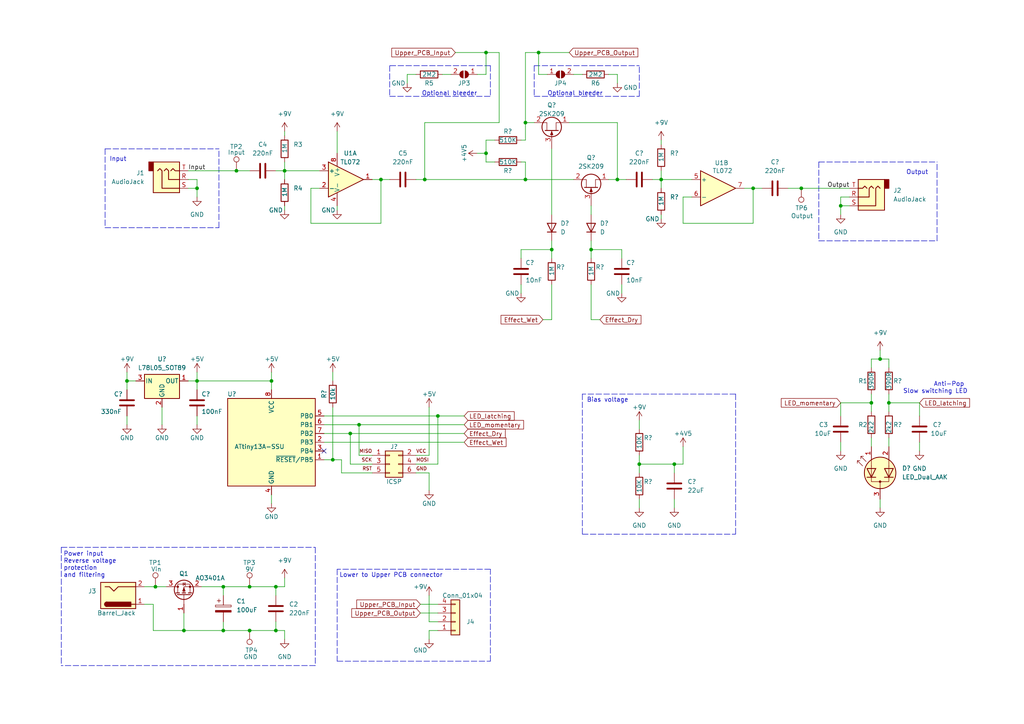
<source format=kicad_sch>
(kicad_sch (version 20211123) (generator eeschema)
  (paper "A4")
  (title_block (title "PedalDev_Lower") (date "2022-02-17") (company "Binary-6"))
  (lib_symbols
    (symbol "Amplifier_Operational:TL072" (pin_names (offset 0.127))
      (property "Reference" "U" (at 0 5.08 0))
      (property "Value" "TL072" (at 0 -5.08 0))
      (symbol "TL072_1_1"
        (polyline (pts (xy -5.08 5.08) (xy 5.08 0) (xy -5.08 -5.08) (xy -5.08 5.08)) (stroke (width 0.254)) (fill (type background)))
        (pin output line (at 7.62 0 180) (length 2.54) (name "~") (number "1"))
        (pin input line (at -7.62 -2.54 0) (length 2.54) (name "-") (number "2"))
        (pin input line (at -7.62 2.54 0) (length 2.54) (name "+") (number "3"))
      )
      (symbol "TL072_2_1"
        (polyline (pts (xy -5.08 5.08) (xy 5.08 0) (xy -5.08 -5.08) (xy -5.08 5.08)) (stroke (width 0.254)) (fill (type background)))
        (pin input line (at -7.62 2.54 0) (length 2.54) (name "+") (number "5"))
        (pin input line (at -7.62 -2.54 0) (length 2.54) (name "-") (number "6"))
        (pin output line (at 7.62 0 180) (length 2.54) (name "~") (number "7"))
      )
      (symbol "TL072_3_1"
        (pin power_in line (at -2.54 -7.62 90) (length 3.81) (name "V-") (number "4"))
        (pin power_in line (at -2.54 7.62 270) (length 3.81) (name "V+") (number "8"))
      )
    )
    (symbol "Connector:AudioJack3"
      (property "Reference" "J" (at 0 8.89 0))
      (property "Value" "AudioJack3" (at 0 6.35 0))
      (symbol "AudioJack3_0_1"
        (rectangle (start -5.08 -5.08) (end -6.35 -2.54) (stroke (width 0.254)) (fill (type outline)))
        (polyline (pts (xy 0 -2.54) (xy 0.635 -3.175) (xy 1.27 -2.54) (xy 2.54 -2.54)) (stroke (width 0.254)))
        (polyline (pts (xy -1.905 -2.54) (xy -1.27 -3.175) (xy -0.635 -2.54) (xy -0.635 0) (xy 2.54 0)) (stroke (width 0.254)))
        (polyline (pts (xy 2.54 2.54) (xy -2.54 2.54) (xy -2.54 -2.54) (xy -3.175 -3.175) (xy -3.81 -2.54)) (stroke (width 0.254)))
        (rectangle (start 2.54 3.81) (end -5.08 -5.08) (stroke (width 0.254)) (fill (type background)))
      )
      (symbol "AudioJack3_1_1"
        (pin passive line (at 5.08 0 180) (length 2.54) (name "~") (number "R"))
        (pin passive line (at 5.08 2.54 180) (length 2.54) (name "~") (number "S"))
        (pin passive line (at 5.08 -2.54 180) (length 2.54) (name "~") (number "T"))
      )
    )
    (symbol "Connector:Barrel_Jack" (pin_names (offset 1.016))
      (property "Reference" "J" (at 0 5.334 0))
      (property "Value" "Barrel_Jack" (at 0 -5.08 0))
      (symbol "Barrel_Jack_0_1"
        (rectangle (start -5.08 3.81) (end 5.08 -3.81) (stroke (width 0.254)) (fill (type background)))
        (arc (start -3.302 3.175) (mid -3.937 2.54) (end -3.302 1.905) (stroke (width 0.254)))
        (arc (start -3.302 3.175) (mid -3.937 2.54) (end -3.302 1.905) (stroke (width 0.254)) (fill (type outline)))
        (polyline (pts (xy 5.08 2.54) (xy 3.81 2.54)) (stroke (width 0.254)))
        (polyline (pts (xy -3.81 -2.54) (xy -2.54 -2.54) (xy -1.27 -1.27) (xy 0 -2.54) (xy 2.54 -2.54) (xy 5.08 -2.54)) (stroke (width 0.254)))
        (rectangle (start 3.683 3.175) (end -3.302 1.905) (stroke (width 0.254)) (fill (type outline)))
      )
      (symbol "Barrel_Jack_1_1"
        (pin passive line (at 7.62 2.54 180) (length 2.54) (name "~") (number "1"))
        (pin passive line (at 7.62 -2.54 180) (length 2.54) (name "~") (number "2"))
      )
    )
    (symbol "Connector:TestPoint" (pin_numbers hide) (pin_names (offset 0.762) hide)
      (property "Reference" "TP" (at 0 6.858 0))
      (property "Value" "TestPoint" (at 0 5.08 0))
      (symbol "TestPoint_0_1"
        (circle (center 0 3.302) (radius 0.762))
      )
      (symbol "TestPoint_1_1"
        (pin passive line (at 0 0 90) (length 2.54) (name "1") (number "1"))
      )
    )
    (symbol "Connector_Generic:Conn_01x04" (pin_names (offset 1.016) hide)
      (property "Reference" "J" (at 0 5.08 0))
      (property "Value" "Conn_01x04" (at 0 -7.62 0))
      (symbol "Conn_01x04_1_1"
        (rectangle (start -1.27 -4.953) (end 0 -5.207) (stroke (width 0.1524)))
        (rectangle (start -1.27 -2.413) (end 0 -2.667) (stroke (width 0.1524)))
        (rectangle (start -1.27 0.127) (end 0 -0.127) (stroke (width 0.1524)))
        (rectangle (start -1.27 2.667) (end 0 2.413) (stroke (width 0.1524)))
        (rectangle (start -1.27 3.81) (end 1.27 -6.35) (stroke (width 0.254)) (fill (type background)))
        (pin passive line (at -5.08 2.54 0) (length 3.81) (name "Pin_1") (number "1"))
        (pin passive line (at -5.08 0 0) (length 3.81) (name "Pin_2") (number "2"))
        (pin passive line (at -5.08 -2.54 0) (length 3.81) (name "Pin_3") (number "3"))
        (pin passive line (at -5.08 -5.08 0) (length 3.81) (name "Pin_4") (number "4"))
      )
    )
    (symbol "Device:C" (pin_numbers hide) (pin_names (offset 0.254))
      (property "Reference" "C" (at 0.635 2.54 0))
      (property "Value" "C" (at 0.635 -2.54 0))
      (symbol "C_0_1"
        (polyline (pts (xy -2.032 -0.762) (xy 2.032 -0.762)) (stroke (width 0.508)))
        (polyline (pts (xy -2.032 0.762) (xy 2.032 0.762)) (stroke (width 0.508)))
      )
      (symbol "C_1_1"
        (pin passive line (at 0 3.81 270) (length 2.794) (name "~") (number "1"))
        (pin passive line (at 0 -3.81 90) (length 2.794) (name "~") (number "2"))
      )
    )
    (symbol "Device:C_Polarized" (pin_numbers hide) (pin_names (offset 0.254))
      (property "Reference" "C" (at 0.635 2.54 0))
      (property "Value" "C_Polarized" (at 0.635 -2.54 0))
      (symbol "C_Polarized_0_1"
        (rectangle (start -2.286 0.508) (end 2.286 1.016))
        (polyline (pts (xy -1.778 2.286) (xy -0.762 2.286)))
        (polyline (pts (xy -1.27 2.794) (xy -1.27 1.778)))
        (rectangle (start 2.286 -0.508) (end -2.286 -1.016) (fill (type outline)))
      )
      (symbol "C_Polarized_1_1"
        (pin passive line (at 0 3.81 270) (length 2.794) (name "~") (number "1"))
        (pin passive line (at 0 -3.81 90) (length 2.794) (name "~") (number "2"))
      )
    )
    (symbol "Device:D" (pin_numbers hide) (pin_names (offset 1.016) hide)
      (property "Reference" "D" (at 0 2.54 0))
      (property "Value" "D" (at 0 -2.54 0))
      (symbol "D_0_1"
        (polyline (pts (xy -1.27 1.27) (xy -1.27 -1.27)) (stroke (width 0.254)))
        (polyline (pts (xy 1.27 0) (xy -1.27 0)))
        (polyline (pts (xy 1.27 1.27) (xy 1.27 -1.27) (xy -1.27 0) (xy 1.27 1.27)) (stroke (width 0.254)))
      )
      (symbol "D_1_1"
        (pin passive line (at -3.81 0 0) (length 2.54) (name "K") (number "1"))
        (pin passive line (at 3.81 0 180) (length 2.54) (name "A") (number "2"))
      )
    )
    (symbol "Device:LED_Dual_AAK" (pin_names (offset 0) hide)
      (property "Reference" "D" (at 0 5.715 0))
      (property "Value" "LED_Dual_AAK" (at 0 -6.35 0))
      (symbol "LED_Dual_AAK_0_1"
        (circle (center -2.54 0) (radius 0.2794) (fill (type outline)))
        (polyline (pts (xy -4.572 0) (xy -2.54 0)))
        (polyline (pts (xy -1.27 -1.27) (xy -1.27 -3.81)) (stroke (width 0.254)))
        (polyline (pts (xy -1.27 1.27) (xy -1.27 3.81)) (stroke (width 0.254)))
        (polyline (pts (xy 3.81 -2.54) (xy 1.905 -2.54)))
        (polyline (pts (xy 3.81 2.54) (xy 1.905 2.54)))
        (polyline (pts (xy 1.27 -3.81) (xy 1.27 -1.27) (xy -1.27 -2.54) (xy 1.27 -3.81)) (stroke (width 0.254)))
        (polyline (pts (xy 1.27 1.27) (xy 1.27 3.81) (xy -1.27 2.54) (xy 1.27 1.27)) (stroke (width 0.254)))
        (polyline (pts (xy 2.032 2.54) (xy -2.54 2.54) (xy -2.54 -2.54) (xy 2.032 -2.54)))
        (polyline (pts (xy 2.032 5.08) (xy 3.556 6.604) (xy 2.794 6.604) (xy 3.556 6.604) (xy 3.556 5.842)))
        (polyline (pts (xy 3.302 4.064) (xy 4.826 5.588) (xy 4.064 5.588) (xy 4.826 5.588) (xy 4.826 4.826)))
        (circle (center 0 0) (radius 4.572) (stroke (width 0.254)) (fill (type background)))
      )
      (symbol "LED_Dual_AAK_1_1"
        (pin input line (at 7.62 2.54 180) (length 3.81) (name "A1") (number "1"))
        (pin input line (at 7.62 -2.54 180) (length 3.81) (name "A2") (number "2"))
        (pin input line (at -7.62 0 0) (length 3.048) (name "K") (number "3"))
      )
    )
    (symbol "Device:Q_NJFET_SDG" (pin_names (offset 0) hide)
      (property "Reference" "Q" (at 5.08 1.27 0))
      (property "Value" "Q_NJFET_SDG" (at 5.08 -1.27 0))
      (symbol "Q_NJFET_SDG_0_1"
        (polyline (pts (xy 0.254 1.905) (xy 0.254 -1.905) (xy 0.254 -1.905)) (stroke (width 0.254)))
        (polyline (pts (xy 2.54 -2.54) (xy 2.54 -1.27) (xy 0.254 -1.27)))
        (polyline (pts (xy 2.54 2.54) (xy 2.54 1.397) (xy 0.254 1.397)))
        (polyline (pts (xy 0 0) (xy -1.016 0.381) (xy -1.016 -0.381) (xy 0 0)) (fill (type outline)))
        (circle (center 1.27 0) (radius 2.8194) (stroke (width 0.254)))
      )
      (symbol "Q_NJFET_SDG_1_1"
        (pin passive line (at 2.54 -5.08 90) (length 2.54) (name "S") (number "1"))
        (pin passive line (at 2.54 5.08 270) (length 2.54) (name "D") (number "2"))
        (pin input line (at -5.08 0 0) (length 5.334) (name "G") (number "3"))
      )
    )
    (symbol "Device:R" (pin_numbers hide) (pin_names (offset 0))
      (property "Reference" "R" (at 2.032 0 90))
      (property "Value" "R" (at 0 0 90))
      (symbol "R_0_1"
        (rectangle (start -1.016 -2.54) (end 1.016 2.54) (stroke (width 0.254)))
      )
      (symbol "R_1_1"
        (pin passive line (at 0 3.81 270) (length 1.27) (name "~") (number "1"))
        (pin passive line (at 0 -3.81 90) (length 1.27) (name "~") (number "2"))
      )
    )
    (symbol "FiveGone-rescue:ATtiny13A-SSU-MCU_Microchip_ATtiny"
      (property "Reference" "U" (at -12.7 13.97 0))
      (property "Value" "ATtiny13A-SSU-MCU_Microchip_ATtiny" (at 2.54 -13.97 0))
      (symbol "ATtiny13A-SSU-MCU_Microchip_ATtiny_0_1"
        (rectangle (start -12.7 -12.7) (end 12.7 12.7) (stroke (width 0.254)) (fill (type background)))
      )
      (symbol "ATtiny13A-SSU-MCU_Microchip_ATtiny_1_1"
        (pin tri_state line (at 15.24 -5.08 180) (length 2.54) (name "~{RESET}/PB5") (number "1"))
        (pin tri_state line (at 15.24 0 180) (length 2.54) (name "PB3") (number "2"))
        (pin tri_state line (at 15.24 -2.54 180) (length 2.54) (name "PB4") (number "3"))
        (pin power_in line (at 0 -15.24 90) (length 2.54) (name "GND") (number "4"))
        (pin tri_state line (at 15.24 7.62 180) (length 2.54) (name "PB0") (number "5"))
        (pin tri_state line (at 15.24 5.08 180) (length 2.54) (name "PB1") (number "6"))
        (pin tri_state line (at 15.24 2.54 180) (length 2.54) (name "PB2") (number "7"))
        (pin power_in line (at 0 15.24 270) (length 2.54) (name "VCC") (number "8"))
      )
    )
    (symbol "Jumper:SolderJumper_2_Open" (pin_names (offset 0) hide)
      (property "Reference" "JP" (at 0 2.032 0))
      (property "Value" "SolderJumper_2_Open" (at 0 -2.54 0))
      (symbol "SolderJumper_2_Open_0_1"
        (arc (start -0.254 1.016) (mid -1.27 0) (end -0.254 -1.016))
        (arc (start -0.254 1.016) (mid -1.27 0) (end -0.254 -1.016) (fill (type outline)))
        (polyline (pts (xy -0.254 1.016) (xy -0.254 -1.016)))
        (polyline (pts (xy 0.254 1.016) (xy 0.254 -1.016)))
        (arc (start 0.254 -1.016) (mid 1.27 0) (end 0.254 1.016))
        (arc (start 0.254 -1.016) (mid 1.27 0) (end 0.254 1.016) (fill (type outline)))
      )
      (symbol "SolderJumper_2_Open_1_1"
        (pin passive line (at -3.81 0 0) (length 2.54) (name "A") (number "1"))
        (pin passive line (at 3.81 0 180) (length 2.54) (name "B") (number "2"))
      )
    )
    (symbol "MeineBibli:+4V5" (power) (pin_names (offset 0))
      (property "Value" "+4V5" (at 0 3.556 0))
      (symbol "+4V5_0_1"
        (polyline (pts (xy -0.762 1.27) (xy 0 2.54)))
        (polyline (pts (xy 0 0) (xy 0 2.54)))
        (polyline (pts (xy 0 2.54) (xy 0.762 1.27)))
      )
      (symbol "+4V5_1_1"
        (pin power_in line (at 0 0 90) (length 0) hide (name "+4V5") (number "1"))
      )
    )
    (symbol "MeineBibli:ICSP" (pin_names (offset 1.016) hide)
      (property "Reference" "J" (at 1.27 5.08 0))
      (property "Value" "ICSP" (at 1.27 -5.08 0))
      (symbol "ICSP_0_0"
        (text "GND" (at 7.62 -1.27 0) (effects (font (size 0.9906 0.9906)) (justify left)))
        (text "MISO" (at -5.08 3.81 0) (effects (font (size 0.9906 0.9906)) (justify right)))
        (text "MOSI" (at 7.62 1.27 0) (effects (font (size 0.9906 0.9906)) (justify left)))
        (text "RST" (at -5.08 -1.27 0) (effects (font (size 0.9906 0.9906)) (justify right)))
        (text "SCK" (at -5.08 1.27 0) (effects (font (size 0.9906 0.9906)) (justify right)))
        (text "VCC" (at 7.62 3.81 0) (effects (font (size 0.9906 0.9906)) (justify left)))
      )
      (symbol "ICSP_1_1"
        (rectangle (start -1.27 -2.413) (end 0 -2.667) (stroke (width 0.1524)))
        (rectangle (start -1.27 0.127) (end 0 -0.127) (stroke (width 0.1524)))
        (rectangle (start -1.27 2.667) (end 0 2.413) (stroke (width 0.1524)))
        (rectangle (start -1.27 3.81) (end 3.81 -3.81) (stroke (width 0.254)) (fill (type background)))
        (rectangle (start 3.81 -2.413) (end 2.54 -2.667) (stroke (width 0.1524)))
        (rectangle (start 3.81 0.127) (end 2.54 -0.127) (stroke (width 0.1524)))
        (rectangle (start 3.81 2.667) (end 2.54 2.413) (stroke (width 0.1524)))
        (pin passive line (at -5.08 2.54 0) (length 3.81) (name "MISO") (number "1"))
        (pin passive line (at 7.62 2.54 180) (length 3.81) (name "VCC") (number "2"))
        (pin passive line (at -5.08 0 0) (length 3.81) (name "SCK") (number "3"))
        (pin passive line (at 7.62 0 180) (length 3.81) (name "MOSI") (number "4"))
        (pin passive line (at -5.08 -2.54 0) (length 3.81) (name "RST") (number "5"))
        (pin passive line (at 7.62 -2.54 180) (length 3.81) (name "GND") (number "6"))
      )
    )
    (symbol "MeineBibli:R" (pin_numbers hide) (pin_names (offset 0))
      (property "Reference" "R" (at 2.032 0 90))
      (property "Value" "R" (at 0 0 90))
      (symbol "R_0_1"
        (rectangle (start -1.016 -2.54) (end 1.016 2.54) (stroke (width 0.254)))
      )
      (symbol "R_1_1"
        (pin passive line (at 0 3.81 270) (length 1.27) (name "~") (number "1"))
        (pin passive line (at 0 -3.81 90) (length 1.27) (name "~") (number "2"))
      )
    )
    (symbol "Regulator_Linear:L78L05_SOT89" (pin_names (offset 0.254))
      (property "Reference" "U" (at -3.81 3.175 0))
      (property "Value" "L78L05_SOT89" (at -0.635 3.175 0))
      (symbol "L78L05_SOT89_0_1"
        (rectangle (start -5.08 1.905) (end 5.08 -5.08) (stroke (width 0.254)) (fill (type background)))
      )
      (symbol "L78L05_SOT89_1_1"
        (pin power_out line (at 7.62 0 180) (length 2.54) (name "OUT") (number "1"))
        (pin power_in line (at 0 -7.62 90) (length 2.54) (name "GND") (number "2"))
        (pin power_in line (at -7.62 0 0) (length 2.54) (name "IN") (number "3"))
      )
    )
    (symbol "Transistor_FET:AO3401A" (pin_names hide)
      (property "Reference" "Q" (at 5.08 1.905 0))
      (property "Value" "AO3401A" (at 5.08 0 0))
      (symbol "AO3401A_0_1"
        (polyline (pts (xy 0.254 0) (xy -2.54 0)))
        (polyline (pts (xy 0.254 1.905) (xy 0.254 -1.905)) (stroke (width 0.254)))
        (polyline (pts (xy 0.762 -1.27) (xy 0.762 -2.286)) (stroke (width 0.254)))
        (polyline (pts (xy 0.762 0.508) (xy 0.762 -0.508)) (stroke (width 0.254)))
        (polyline (pts (xy 0.762 2.286) (xy 0.762 1.27)) (stroke (width 0.254)))
        (polyline (pts (xy 2.54 2.54) (xy 2.54 1.778)))
        (polyline (pts (xy 2.54 -2.54) (xy 2.54 0) (xy 0.762 0)))
        (polyline (pts (xy 0.762 1.778) (xy 3.302 1.778) (xy 3.302 -1.778) (xy 0.762 -1.778)))
        (polyline (pts (xy 2.286 0) (xy 1.27 0.381) (xy 1.27 -0.381) (xy 2.286 0)) (fill (type outline)))
        (polyline (pts (xy 2.794 -0.508) (xy 2.921 -0.381) (xy 3.683 -0.381) (xy 3.81 -0.254)))
        (polyline (pts (xy 3.302 -0.381) (xy 2.921 0.254) (xy 3.683 0.254) (xy 3.302 -0.381)))
        (circle (center 1.651 0) (radius 2.794) (stroke (width 0.254)))
        (circle (center 2.54 -1.778) (radius 0.254) (fill (type outline)))
        (circle (center 2.54 1.778) (radius 0.254) (fill (type outline)))
      )
      (symbol "AO3401A_1_1"
        (pin input line (at -5.08 0 0) (length 2.54) (name "G") (number "1"))
        (pin passive line (at 2.54 -5.08 90) (length 2.54) (name "S") (number "2"))
        (pin passive line (at 2.54 5.08 270) (length 2.54) (name "D") (number "3"))
      )
    )
    (symbol "power:+5V" (power) (pin_names (offset 0))
      (property "Value" "+5V" (at 0 3.556 0))
      (symbol "+5V_0_1"
        (polyline (pts (xy -0.762 1.27) (xy 0 2.54)))
        (polyline (pts (xy 0 0) (xy 0 2.54)))
        (polyline (pts (xy 0 2.54) (xy 0.762 1.27)))
      )
      (symbol "+5V_1_1"
        (pin power_in line (at 0 0 90) (length 0) hide (name "+5V") (number "1"))
      )
    )
    (symbol "power:+9V" (power) (pin_names (offset 0))
      (property "Value" "+9V" (at 0 3.556 0))
      (symbol "+9V_0_1"
        (polyline (pts (xy -0.762 1.27) (xy 0 2.54)))
        (polyline (pts (xy 0 0) (xy 0 2.54)))
        (polyline (pts (xy 0 2.54) (xy 0.762 1.27)))
      )
      (symbol "+9V_1_1"
        (pin power_in line (at 0 0 90) (length 0) hide (name "+9V") (number "1"))
      )
    )
    (symbol "power:GND" (power) (pin_names (offset 0))
      (property "Value" "GND" (at 0 -3.81 0))
      (symbol "GND_0_1"
        (polyline (pts (xy 0 0) (xy 0 -1.27) (xy 1.27 -1.27) (xy 0 -2.54) (xy -1.27 -1.27) (xy 0 -1.27)))
      )
      (symbol "GND_1_1"
        (pin power_in line (at 0 0 270) (length 0) hide (name "GND") (number "1"))
      )
    )
  )
  (junction (at 152.4 52.07))
  (junction (at 36.83 110.49))
  (junction (at 257.81 116.84))
  (junction (at 57.15 54.61))
  (junction (at 101.6 125.73))
  (junction (at 110.49 52.07))
  (junction (at 127 120.65))
  (junction (at 72.39 182.88))
  (junction (at 152.4 35.56))
  (junction (at 72.39 170.18))
  (junction (at 195.58 134.62))
  (junction (at 80.01 182.88))
  (junction (at 218.44 54.61))
  (junction (at 82.55 49.53))
  (junction (at 243.84 59.69))
  (junction (at 140.97 44.45))
  (junction (at 185.42 134.62))
  (junction (at 171.45 72.39))
  (junction (at 57.15 110.49))
  (junction (at 156.21 15.24))
  (junction (at 64.77 182.88))
  (junction (at 78.74 110.49))
  (junction (at 96.52 133.35))
  (junction (at 179.07 52.07))
  (junction (at 160.02 72.39))
  (junction (at 255.27 104.14))
  (junction (at 64.77 170.18))
  (junction (at 232.41 54.61))
  (junction (at 45.085 170.18))
  (junction (at 68.58 49.53))
  (junction (at 104.14 123.19))
  (junction (at 80.01 170.18))
  (junction (at 140.97 15.24))
  (junction (at 252.73 116.84))
  (junction (at 123.19 52.07))
  (junction (at 53.34 182.88))
  (junction (at 191.77 52.07))
  (no_connect (at 93.98 130.81))
  (wire (pts (xy 80.01 182.88) (xy 72.39 182.88)))
  (wire (pts (xy 107.95 134.62) (xy 101.6 134.62)))
  (polyline (pts (xy 142.24 191.77) (xy 142.24 165.1)))
  (wire (pts (xy 179.07 21.59) (xy 179.07 24.13)))
  (wire (pts (xy 160.02 43.18) (xy 160.02 62.23)))
  (wire (pts (xy 127 182.88) (xy 124.46 182.88)))
  (wire (pts (xy 198.12 64.77) (xy 218.44 64.77)))
  (polyline (pts (xy 142.24 19.05) (xy 142.24 27.94)))
  (wire (pts (xy 78.74 110.49) (xy 57.15 110.49)))
  (wire (pts (xy 185.42 134.62) (xy 195.58 134.62)))
  (wire (pts (xy 191.77 52.07) (xy 200.66 52.07)))
  (wire (pts (xy 78.74 107.95) (xy 78.74 110.49)))
  (wire (pts (xy 179.07 52.07) (xy 181.61 52.07)))
  (wire (pts (xy 93.98 125.73) (xy 101.6 125.73)))
  (wire (pts (xy 257.81 104.14) (xy 255.27 104.14)))
  (wire (pts (xy 160.02 72.39) (xy 160.02 74.93)))
  (wire (pts (xy 257.81 106.68) (xy 257.81 104.14)))
  (wire (pts (xy 57.15 54.61) (xy 57.15 57.15)))
  (polyline (pts (xy 237.49 46.99) (xy 237.49 69.85)))
  (wire (pts (xy 257.81 116.84) (xy 266.7 116.84)))
  (wire (pts (xy 93.98 120.65) (xy 127 120.65)))
  (wire (pts (xy 257.81 116.84) (xy 257.81 119.38)))
  (wire (pts (xy 104.14 132.08) (xy 107.95 132.08)))
  (wire (pts (xy 130.81 21.59) (xy 128.27 21.59)))
  (polyline (pts (xy 91.44 193.04) (xy 17.78 193.04)))
  (wire (pts (xy 246.38 54.61) (xy 232.41 54.61)))
  (wire (pts (xy 82.55 38.1) (xy 82.55 39.37)))
  (wire (pts (xy 120.65 132.08) (xy 124.46 132.08)))
  (wire (pts (xy 127 120.65) (xy 134.62 120.65)))
  (wire (pts (xy 152.4 46.99) (xy 152.4 52.07)))
  (wire (pts (xy 255.27 144.78) (xy 255.27 147.32)))
  (wire (pts (xy 171.45 72.39) (xy 180.34 72.39)))
  (wire (pts (xy 124.46 172.72) (xy 124.46 180.34)))
  (wire (pts (xy 80.01 49.53) (xy 82.55 49.53)))
  (wire (pts (xy 41.91 175.26) (xy 44.45 175.26)))
  (wire (pts (xy 171.45 59.69) (xy 171.45 62.23)))
  (wire (pts (xy 140.97 15.24) (xy 140.97 21.59)))
  (wire (pts (xy 120.65 137.16) (xy 124.46 137.16)))
  (wire (pts (xy 124.46 132.08) (xy 124.46 118.11)))
  (polyline (pts (xy 63.5 66.04) (xy 63.5 43.18)))
  (wire (pts (xy 101.6 134.62) (xy 101.6 125.73)))
  (wire (pts (xy 82.55 46.99) (xy 82.55 49.53)))
  (wire (pts (xy 257.81 127) (xy 257.81 129.54)))
  (wire (pts (xy 180.34 82.55) (xy 180.34 85.09)))
  (wire (pts (xy 120.65 52.07) (xy 123.19 52.07)))
  (wire (pts (xy 252.73 127) (xy 252.73 129.54)))
  (wire (pts (xy 189.23 52.07) (xy 191.77 52.07)))
  (wire (pts (xy 138.43 44.45) (xy 140.97 44.45)))
  (polyline (pts (xy 154.94 27.94) (xy 185.42 27.94)))
  (wire (pts (xy 44.45 182.88) (xy 53.34 182.88)))
  (polyline (pts (xy 97.79 191.77) (xy 142.24 191.77)))
  (polyline (pts (xy 168.91 154.94) (xy 213.36 154.94)))
  (polyline (pts (xy 154.94 19.05) (xy 185.42 19.05)))
  (wire (pts (xy 152.4 52.07) (xy 166.37 52.07)))
  (wire (pts (xy 110.49 52.07) (xy 110.49 64.77)))
  (wire (pts (xy 97.79 38.1) (xy 97.79 44.45)))
  (wire (pts (xy 41.91 170.18) (xy 45.085 170.18)))
  (polyline (pts (xy 142.24 165.1) (xy 97.79 165.1)))
  (polyline (pts (xy 113.03 19.05) (xy 113.03 27.94)))
  (wire (pts (xy 191.77 52.07) (xy 191.77 54.61)))
  (wire (pts (xy 57.15 120.65) (xy 57.15 123.19)))
  (wire (pts (xy 90.17 54.61) (xy 90.17 64.77)))
  (wire (pts (xy 151.13 46.99) (xy 152.4 46.99)))
  (polyline (pts (xy 30.48 43.18) (xy 30.48 66.04)))
  (wire (pts (xy 228.6 54.61) (xy 232.41 54.61)))
  (wire (pts (xy 64.77 180.34) (xy 64.77 182.88)))
  (wire (pts (xy 151.13 74.93) (xy 151.13 72.39)))
  (wire (pts (xy 140.97 44.45) (xy 140.97 46.99)))
  (wire (pts (xy 171.45 92.71) (xy 173.99 92.71)))
  (wire (pts (xy 257.81 114.3) (xy 257.81 116.84)))
  (wire (pts (xy 179.07 35.56) (xy 179.07 52.07)))
  (wire (pts (xy 124.46 137.16) (xy 124.46 142.24)))
  (wire (pts (xy 252.73 104.14) (xy 255.27 104.14)))
  (polyline (pts (xy 17.78 158.75) (xy 91.44 158.75)))
  (wire (pts (xy 152.4 35.56) (xy 154.94 35.56)))
  (wire (pts (xy 185.42 144.78) (xy 185.42 147.32)))
  (wire (pts (xy 99.06 137.16) (xy 107.95 137.16)))
  (wire (pts (xy 78.74 143.51) (xy 78.74 146.05)))
  (wire (pts (xy 72.39 170.18) (xy 80.01 170.18)))
  (wire (pts (xy 191.77 62.23) (xy 191.77 63.5)))
  (wire (pts (xy 57.15 54.61) (xy 57.15 52.07)))
  (wire (pts (xy 151.13 40.64) (xy 152.4 40.64)))
  (wire (pts (xy 57.15 110.49) (xy 57.15 113.03)))
  (wire (pts (xy 252.73 106.68) (xy 252.73 104.14)))
  (wire (pts (xy 198.12 129.54) (xy 198.12 134.62)))
  (wire (pts (xy 255.27 104.14) (xy 255.27 101.6)))
  (wire (pts (xy 64.77 170.18) (xy 64.77 172.72)))
  (wire (pts (xy 82.55 49.53) (xy 82.55 52.07)))
  (wire (pts (xy 80.01 180.34) (xy 80.01 182.88)))
  (wire (pts (xy 158.75 21.59) (xy 156.21 21.59)))
  (wire (pts (xy 93.98 123.19) (xy 104.14 123.19)))
  (wire (pts (xy 80.01 170.18) (xy 80.01 172.72)))
  (polyline (pts (xy 237.49 69.85) (xy 271.78 69.85)))
  (wire (pts (xy 218.44 64.77) (xy 218.44 54.61)))
  (wire (pts (xy 191.77 49.53) (xy 191.77 52.07)))
  (wire (pts (xy 36.83 120.65) (xy 36.83 123.19)))
  (wire (pts (xy 157.48 92.71) (xy 160.02 92.71)))
  (wire (pts (xy 195.58 144.78) (xy 195.58 147.32)))
  (wire (pts (xy 198.12 57.15) (xy 198.12 64.77)))
  (wire (pts (xy 152.4 40.64) (xy 152.4 35.56)))
  (wire (pts (xy 151.13 82.55) (xy 151.13 85.09)))
  (wire (pts (xy 123.19 52.07) (xy 152.4 52.07)))
  (wire (pts (xy 171.45 82.55) (xy 171.45 92.71)))
  (wire (pts (xy 165.1 35.56) (xy 179.07 35.56)))
  (wire (pts (xy 96.52 107.95) (xy 96.52 110.49)))
  (wire (pts (xy 144.78 35.56) (xy 144.78 15.24)))
  (wire (pts (xy 121.92 177.8) (xy 127 177.8)))
  (wire (pts (xy 138.43 21.59) (xy 140.97 21.59)))
  (polyline (pts (xy 271.78 69.85) (xy 271.78 46.99)))
  (polyline (pts (xy 142.24 19.05) (xy 113.03 19.05)))
  (wire (pts (xy 176.53 21.59) (xy 179.07 21.59)))
  (wire (pts (xy 252.73 114.3) (xy 252.73 116.84)))
  (wire (pts (xy 96.52 133.35) (xy 93.98 133.35)))
  (wire (pts (xy 243.84 59.69) (xy 243.84 62.23)))
  (polyline (pts (xy 113.03 27.94) (xy 142.24 27.94)))
  (wire (pts (xy 68.58 49.53) (xy 72.39 49.53)))
  (wire (pts (xy 243.84 116.84) (xy 243.84 120.65)))
  (wire (pts (xy 80.01 182.88) (xy 82.55 182.88)))
  (wire (pts (xy 185.42 134.62) (xy 185.42 137.16)))
  (wire (pts (xy 104.14 123.19) (xy 134.62 123.19)))
  (wire (pts (xy 246.38 57.15) (xy 243.84 57.15)))
  (wire (pts (xy 78.74 110.49) (xy 78.74 113.03)))
  (wire (pts (xy 54.61 49.53) (xy 68.58 49.53)))
  (wire (pts (xy 80.01 170.18) (xy 82.55 170.18)))
  (wire (pts (xy 132.08 15.24) (xy 140.97 15.24)))
  (polyline (pts (xy 185.42 27.94) (xy 185.42 19.05)))
  (wire (pts (xy 82.55 170.18) (xy 82.55 167.64)))
  (wire (pts (xy 101.6 125.73) (xy 134.62 125.73)))
  (polyline (pts (xy 168.91 114.3) (xy 168.91 154.94)))
  (wire (pts (xy 92.71 54.61) (xy 90.17 54.61)))
  (wire (pts (xy 252.73 116.84) (xy 252.73 119.38)))
  (wire (pts (xy 124.46 182.88) (xy 124.46 185.42)))
  (wire (pts (xy 160.02 82.55) (xy 160.02 92.71)))
  (wire (pts (xy 72.39 182.88) (xy 64.77 182.88)))
  (wire (pts (xy 44.45 175.26) (xy 44.45 182.88)))
  (wire (pts (xy 171.45 69.85) (xy 171.45 72.39)))
  (wire (pts (xy 140.97 46.99) (xy 143.51 46.99)))
  (wire (pts (xy 176.53 52.07) (xy 179.07 52.07)))
  (wire (pts (xy 243.84 128.27) (xy 243.84 130.81)))
  (wire (pts (xy 110.49 52.07) (xy 107.95 52.07)))
  (wire (pts (xy 64.77 170.18) (xy 72.39 170.18)))
  (wire (pts (xy 185.42 132.08) (xy 185.42 134.62)))
  (wire (pts (xy 54.61 110.49) (xy 57.15 110.49)))
  (wire (pts (xy 104.14 123.19) (xy 104.14 132.08)))
  (wire (pts (xy 57.15 52.07) (xy 54.61 52.07)))
  (wire (pts (xy 266.7 116.84) (xy 266.7 120.65)))
  (polyline (pts (xy 30.48 66.04) (xy 63.5 66.04)))
  (polyline (pts (xy 154.94 19.05) (xy 154.94 27.94)))
  (wire (pts (xy 53.34 182.88) (xy 64.77 182.88)))
  (polyline (pts (xy 213.36 114.3) (xy 168.91 114.3)))
  (wire (pts (xy 266.7 128.27) (xy 266.7 130.81)))
  (wire (pts (xy 252.73 116.84) (xy 243.84 116.84)))
  (wire (pts (xy 121.92 175.26) (xy 127 175.26)))
  (wire (pts (xy 36.83 110.49) (xy 39.37 110.49)))
  (wire (pts (xy 92.71 49.53) (xy 82.55 49.53)))
  (wire (pts (xy 140.97 40.64) (xy 143.51 40.64)))
  (wire (pts (xy 198.12 134.62) (xy 195.58 134.62)))
  (wire (pts (xy 144.78 15.24) (xy 140.97 15.24)))
  (wire (pts (xy 243.84 59.69) (xy 246.38 59.69)))
  (wire (pts (xy 151.13 72.39) (xy 160.02 72.39)))
  (wire (pts (xy 53.34 177.8) (xy 53.34 182.88)))
  (polyline (pts (xy 30.48 43.18) (xy 63.5 43.18)))
  (wire (pts (xy 218.44 54.61) (xy 220.98 54.61)))
  (wire (pts (xy 36.83 113.03) (xy 36.83 110.49)))
  (wire (pts (xy 195.58 134.62) (xy 195.58 137.16)))
  (wire (pts (xy 57.15 107.95) (xy 57.15 110.49)))
  (wire (pts (xy 93.98 128.27) (xy 134.62 128.27)))
  (polyline (pts (xy 213.36 114.3) (xy 213.36 154.94)))
  (wire (pts (xy 46.99 118.11) (xy 46.99 123.19)))
  (wire (pts (xy 171.45 72.39) (xy 171.45 74.93)))
  (wire (pts (xy 82.55 59.69) (xy 82.55 60.96)))
  (wire (pts (xy 218.44 54.61) (xy 215.9 54.61)))
  (wire (pts (xy 36.83 107.95) (xy 36.83 110.49)))
  (wire (pts (xy 110.49 52.07) (xy 113.03 52.07)))
  (wire (pts (xy 58.42 170.18) (xy 64.77 170.18)))
  (wire (pts (xy 118.11 21.59) (xy 118.11 24.13)))
  (polyline (pts (xy 17.78 158.75) (xy 17.78 193.04)))
  (wire (pts (xy 156.21 15.24) (xy 165.1 15.24)))
  (wire (pts (xy 96.52 133.35) (xy 99.06 133.35)))
  (wire (pts (xy 127 134.62) (xy 127 120.65)))
  (wire (pts (xy 191.77 40.64) (xy 191.77 41.91)))
  (wire (pts (xy 140.97 44.45) (xy 140.97 40.64)))
  (wire (pts (xy 45.085 170.18) (xy 48.26 170.18)))
  (wire (pts (xy 124.46 180.34) (xy 127 180.34)))
  (polyline (pts (xy 91.44 158.75) (xy 91.44 193.04)))
  (wire (pts (xy 120.65 21.59) (xy 118.11 21.59)))
  (wire (pts (xy 97.79 59.69) (xy 97.79 60.96)))
  (wire (pts (xy 156.21 15.24) (xy 156.21 21.59)))
  (wire (pts (xy 120.65 134.62) (xy 127 134.62)))
  (wire (pts (xy 96.52 118.11) (xy 96.52 133.35)))
  (wire (pts (xy 123.19 35.56) (xy 144.78 35.56)))
  (polyline (pts (xy 97.79 165.1) (xy 97.79 191.77)))
  (wire (pts (xy 99.06 133.35) (xy 99.06 137.16)))
  (wire (pts (xy 185.42 121.92) (xy 185.42 124.46)))
  (wire (pts (xy 82.55 182.88) (xy 82.55 185.42)))
  (wire (pts (xy 54.61 54.61) (xy 57.15 54.61)))
  (wire (pts (xy 166.37 21.59) (xy 168.91 21.59)))
  (polyline (pts (xy 237.49 46.99) (xy 271.78 46.99)))
  (wire (pts (xy 152.4 15.24) (xy 156.21 15.24)))
  (wire (pts (xy 243.84 57.15) (xy 243.84 59.69)))
  (wire (pts (xy 123.19 52.07) (xy 123.19 35.56)))
  (wire (pts (xy 90.17 64.77) (xy 110.49 64.77)))
  (wire (pts (xy 152.4 15.24) (xy 152.4 35.56)))
  (wire (pts (xy 200.66 57.15) (xy 198.12 57.15)))
  (wire (pts (xy 160.02 69.85) (xy 160.02 72.39)))
  (wire (pts (xy 180.34 72.39) (xy 180.34 74.93)))
  (text "Input" (at 31.75 46.99 0) (effects (font (size 1.27 1.27)) (justify left bottom)))
  (text "Bias voltage" (at 170.18 116.84 0) (effects (font (size 1.27 1.27)) (justify left bottom)))
  (text "Power input\nReverse voltage\nprotection\nand filtering" (at 18.415 167.64 0) (effects (font (size 1.27 1.27)) (justify left bottom)))
  (text "Output" (at 269.24 50.8 180) (effects (font (size 1.27 1.27)) (justify right bottom)))
  (text "Optional bleeder" (at 158.75 27.94 0) (effects (font (size 1.27 1.27)) (justify left bottom)))
  (text "Optional bleeder" (at 138.43 27.94 180) (effects (font (size 1.27 1.27)) (justify right bottom)))
  (text "Lower to Upper PCB connector" (at 98.425 167.64 0) (effects (font (size 1.27 1.27)) (justify left bottom)))
  (text "Anti-Pop \nSlow switching LED" (at 280.67 114.3 180) (effects (font (size 1.27 1.27)) (justify right bottom)))
  (label "Input" (at 54.61 49.53 0))
  (label "Output" (at 246.38 54.61 180))
  (global_label "LED_latching" (shape input) (at 266.7 116.84 0) (property "Intersheet References" "${INTERSHEET_REFS}" (effects hide)))
  (global_label "Upper_PCB_Input" (shape input) (at 121.92 175.26 180) (property "Intersheet References" "${INTERSHEET_REFS}" (effects hide)))
  (global_label "Effect_Dry" (shape input) (at 134.62 125.73 0) (property "Intersheet References" "${INTERSHEET_REFS}" (effects hide)))
  (global_label "Effect_Wet" (shape input) (at 134.62 128.27 0) (property "Intersheet References" "${INTERSHEET_REFS}" (effects hide)))
  (global_label "LED_momentary" (shape input) (at 134.62 123.19 0) (property "Intersheet References" "${INTERSHEET_REFS}" (effects hide)))
  (global_label "Effect_Dry" (shape input) (at 173.99 92.71 0) (property "Intersheet References" "${INTERSHEET_REFS}" (effects hide)))
  (global_label "Upper_PCB_Input" (shape input) (at 132.08 15.24 180) (property "Intersheet References" "${INTERSHEET_REFS}" (effects hide)))
  (global_label "Effect_Wet" (shape input) (at 157.48 92.71 180) (property "Intersheet References" "${INTERSHEET_REFS}" (effects hide)))
  (global_label "LED_momentary" (shape input) (at 243.84 116.84 180) (property "Intersheet References" "${INTERSHEET_REFS}" (effects hide)))
  (global_label "Upper_PCB_Output" (shape input) (at 165.1 15.24 0) (property "Intersheet References" "${INTERSHEET_REFS}" (effects hide)))
  (global_label "Upper_PCB_Output" (shape input) (at 121.92 177.8 180) (property "Intersheet References" "${INTERSHEET_REFS}" (effects hide)))
  (global_label "LED_latching" (shape input) (at 134.62 120.65 0) (property "Intersheet References" "${INTERSHEET_REFS}" (effects hide)))
  (symbol (lib_id "Device:R") (at 147.32 46.99 90) (unit 1)
    (property "Reference" "R?" (at 148.59 49.53 90) (effects (justify left)))
    (property "Value" "510K" (at 149.86 46.99 90) (effects (justify left)))
  )
  (symbol (lib_id "Device:C") (at 57.15 116.84 0) (unit 1)
    (property "Reference" "C?" (at 58.42 114.3 0) (effects (justify left)))
    (property "Value" "100nF" (at 58.42 119.38 0) (effects (justify left)))
    (property "Footprint" "Capacitor_SMD:C_0603_1608Metric" (effects hide))
  )
  (symbol (lib_id "power:GND") (at 57.15 57.15 0) (unit 1)
    (property "Reference" "#PWR01" (effects hide))
    (property "Value" "GND" (at 57.15 62.23 0))
  )
  (symbol (lib_id "Device:R") (at 185.42 140.97 0) (unit 1)
    (property "Reference" "R?" (at 186.69 139.7 0) (effects (justify left)))
    (property "Value" "10K" (at 185.42 140.97 90))
    (property "Footprint" "Resistor_SMD:R_0603_1608Metric" (effects hide))
    (property "LCSC" "C25804" (effects hide))
  )
  (symbol (lib_id "power:GND") (at 243.84 62.23 0) (unit 1)
    (property "Reference" "#PWR015" (effects hide))
    (property "Value" "GND" (at 243.84 67.31 0))
  )
  (symbol (lib_id "Device:Q_NJFET_SDG") (at 160.02 38.1 90) (unit 1)
    (property "Reference" "Q?" (at 160.02 30.48 90))
    (property "Value" "2SK209" (at 160.02 33.02 90))
    (property "LCSC" "C61792" (effects hide))
  )
  (symbol (lib_id "Device:R") (at 252.73 123.19 0) (unit 1)
    (property "Reference" "R2" (at 248.92 123.19 0) (effects (justify left)))
    (property "Value" "2k2" (at 252.73 125.73 90) (effects (justify left)))
    (property "Footprint" "Resistor_SMD:R_0603_1608Metric" (effects hide))
  )
  (symbol (lib_id "Connector:TestPoint") (at 72.39 170.18 0) (unit 1) (in_bom no)
    (property "Reference" "TP3" (at 70.485 163.195 0) (effects (justify left)))
    (property "Value" "9V" (at 71.12 165.1 0) (effects (justify left)))
    (property "Footprint" "TestPoint:TestPoint_Pad_D2.0mm" (effects hide))
  )
  (symbol (lib_id "Device:C") (at 185.42 52.07 90) (unit 1)
    (property "Reference" "C?" (at 185.42 44.45 90))
    (property "Value" "220nF" (at 185.42 46.99 90))
    (property "Footprint" "Capacitor_SMD:C_0603_1608Metric" (effects hide))
    (property "LCSC" "C21120 " (effects hide))
  )
  (symbol (lib_id "power:GND") (at 179.07 24.13 0) (unit 1)
    (property "Reference" "#PWR014" (effects hide))
    (property "Value" "GND" (at 182.88 25.4 0))
  )
  (symbol (lib_id "power:+5V") (at 124.46 118.11 0) (unit 1)
    (property "Reference" "#PWR?" (effects hide))
    (property "Value" "+5V" (at 124.46 114.3 0))
  )
  (symbol (lib_id "Connector:TestPoint") (at 68.58 49.53 0) (unit 1) (in_bom no)
    (property "Reference" "TP2" (at 66.675 42.545 0) (effects (justify left)))
    (property "Value" "Input" (at 66.04 44.196 0) (effects (justify left)))
    (property "Footprint" "TestPoint:TestPoint_Bridge_Pitch2.54mm_Drill1.0mm" (effects hide))
  )
  (symbol (lib_id "Device:R") (at 160.02 78.74 0) (unit 1)
    (property "Reference" "R?" (at 161.29 77.47 0) (effects (justify left)))
    (property "Value" "1M" (at 160.02 80.01 90) (effects (justify left)))
    (property "Footprint" "Resistor_SMD:R_0603_1608Metric" (effects hide))
  )
  (symbol (lib_id "Device:R") (at 191.77 45.72 0) (unit 1)
    (property "Reference" "R?" (at 194.31 44.4499 0) (effects (justify left)))
    (property "Value" "1M" (at 191.77 46.99 90) (effects (justify left)))
    (property "Footprint" "Resistor_SMD:R_0603_1608Metric" (effects hide))
  )
  (symbol (lib_id "power:GND") (at 82.55 60.96 0) (unit 1)
    (property "Reference" "#PWR05" (effects hide))
    (property "Value" "GND" (at 80.01 60.96 0))
  )
  (symbol (lib_id "Connector:TestPoint") (at 45.085 170.18 0) (unit 1) (in_bom no)
    (property "Reference" "TP1" (at 43.18 163.195 0) (effects (justify left)))
    (property "Value" "Vin" (at 43.815 165.1 0) (effects (justify left)))
    (property "Footprint" "TestPoint:TestPoint_Pad_D2.0mm" (effects hide))
  )
  (symbol (lib_id "Connector:TestPoint") (at 232.41 54.61 180) (unit 1) (in_bom no)
    (property "Reference" "TP6" (at 234.315 60.325 0) (effects (justify left)))
    (property "Value" "Output" (at 235.839 62.611 0) (effects (justify left)))
    (property "Footprint" "TestPoint:TestPoint_Bridge_Pitch2.54mm_Drill1.0mm" (effects hide))
  )
  (symbol (lib_id "Device:R") (at 82.55 55.88 0) (unit 1)
    (property "Reference" "R4" (at 85.09 54.6099 0) (effects (justify left)))
    (property "Value" "1M" (at 82.55 57.15 90) (effects (justify left)))
    (property "Footprint" "Resistor_SMD:R_0603_1608Metric" (effects hide))
  )
  (symbol (lib_id "Device:C_Polarized") (at 64.77 176.53 0) (unit 1)
    (property "Reference" "C1" (at 68.58 174.3709 0) (effects (justify left)))
    (property "Value" "100uF" (at 68.58 176.9109 0) (effects (justify left)))
    (property "Footprint" "Capacitor_THT:CP_Radial_D5.0mm_P2.00mm" (effects hide))
    (property "LCSC" "C108360" (effects hide))
  )
  (symbol (lib_id "Connector:TestPoint") (at 72.39 182.88 180) (unit 1) (in_bom no)
    (property "Reference" "TP4" (at 71.12 188.595 0) (effects (justify right)))
    (property "Value" "GND" (at 70.612 190.5 0) (effects (justify right)))
    (property "Footprint" "TestPoint:TestPoint_Bridge_Pitch2.54mm_Drill1.0mm" (effects hide))
  )
  (symbol (lib_id "Connector:AudioJack3") (at 49.53 52.07 0) (mirror x) (unit 1)
    (property "Reference" "J1" (at 41.91 50.1649 0) (effects (justify right)))
    (property "Value" "AudioJack" (at 41.91 52.7049 0) (effects (justify right)))
    (property "Footprint" "MeineBib:Audio_Jack_PJ-602B" (effects hide))
  )
  (symbol (lib_id "power:GND") (at 97.79 60.96 0) (unit 1)
    (property "Reference" "#PWR07" (effects hide))
    (property "Value" "GND" (at 95.25 60.96 0))
  )
  (symbol (lib_id "power:GND") (at 118.11 24.13 0) (unit 1)
    (property "Reference" "#PWR08" (effects hide))
    (property "Value" "GND" (at 115.57 24.13 0))
  )
  (symbol (lib_id "Device:C") (at 195.58 140.97 0) (unit 1)
    (property "Reference" "C?" (at 199.39 139.6999 0) (effects (justify left)))
    (property "Value" "22uF" (at 199.39 142.2399 0) (effects (justify left)))
    (property "Footprint" "Capacitor_SMD:C_1206_3216Metric" (effects hide))
    (property "LCSC" "C12891" (effects hide))
  )
  (symbol (lib_id "Connector_Generic:Conn_01x04") (at 132.08 180.34 0) (mirror x) (unit 1) (in_bom no)
    (property "Reference" "J4" (at 135.255 180.3401 0) (effects (justify left)))
    (property "Value" "Conn_01x04" (at 128.27 172.72 0) (effects (justify left)))
    (property "Footprint" "Connector_PinSocket_2.54mm:PinSocket_1x04_P2.54mm_Vertical" (effects hide))
  )
  (symbol (lib_id "power:GND") (at 46.99 123.19 0) (unit 1)
    (property "Reference" "#PWR?" (effects hide))
    (property "Value" "GND" (at 46.99 127 0))
  )
  (symbol (lib_id "MeineBibli:+4V5") (at 198.12 129.54 0) (unit 1)
    (property "Reference" "#PWR?" (effects hide))
    (property "Value" "+4V5" (at 198.12 125.73 0))
  )
  (symbol (lib_id "power:GND") (at 124.46 185.42 0) (unit 1)
    (property "Reference" "#PWR010" (effects hide))
    (property "Value" "GND" (at 121.92 188.595 0))
  )
  (symbol (lib_id "Device:R") (at 124.46 21.59 90) (unit 1)
    (property "Reference" "R5" (at 124.46 24.13 90))
    (property "Value" "2M2" (at 124.46 21.59 90))
    (property "Footprint" "Resistor_SMD:R_0603_1608Metric" (effects hide))
  )
  (symbol (lib_id "Device:C") (at 36.83 116.84 0) (unit 1)
    (property "Reference" "C?" (at 33.02 114.3 0) (effects (justify left)))
    (property "Value" "330nF" (at 29.21 119.38 0) (effects (justify left)))
  )
  (symbol (lib_id "Device:R") (at 257.81 110.49 0) (unit 1)
    (property "Reference" "R?" (at 259.08 110.49 0) (effects (justify left)))
    (property "Value" "390R" (at 257.81 113.03 90) (effects (justify left)))
    (property "Footprint" "Resistor_SMD:R_0603_1608Metric" (effects hide))
  )
  (symbol (lib_id "power:+9V") (at 82.55 167.64 0) (unit 1)
    (property "Reference" "#PWR02" (effects hide))
    (property "Value" "+9V" (at 82.55 162.56 0))
  )
  (symbol (lib_id "Device:Q_NJFET_SDG") (at 171.45 54.61 90) (unit 1)
    (property "Reference" "Q?" (at 171.45 45.72 90))
    (property "Value" "2SK209" (at 171.45 48.26 90))
    (property "LCSC" "C61792" (effects hide))
  )
  (symbol (lib_id "power:GND") (at 255.27 147.32 0) (unit 1)
    (property "Reference" "#PWR?" (effects hide))
    (property "Value" "GND" (at 255.27 152.4 0))
  )
  (symbol (lib_id "power:GND") (at 57.15 123.19 0) (unit 1)
    (property "Reference" "#PWR?" (effects hide))
    (property "Value" "GND" (at 57.15 127 0))
  )
  (symbol (lib_id "Device:R") (at 147.32 40.64 90) (unit 1)
    (property "Reference" "R?" (at 148.59 38.1 90) (effects (justify left)))
    (property "Value" "510K" (at 149.86 40.64 90) (effects (justify left)))
  )
  (symbol (lib_id "power:GND") (at 36.83 123.19 0) (unit 1)
    (property "Reference" "#PWR?" (effects hide))
    (property "Value" "GND" (at 36.83 127 0))
  )
  (symbol (lib_id "Device:R") (at 82.55 43.18 0) (unit 1)
    (property "Reference" "R3" (at 85.09 41.9099 0) (effects (justify left)))
    (property "Value" "1M" (at 82.55 44.45 90) (effects (justify left)))
    (property "Footprint" "Resistor_SMD:R_0603_1608Metric" (effects hide))
  )
  (symbol (lib_id "Connector:Barrel_Jack") (at 34.29 172.72 0) (mirror x) (unit 1)
    (property "Reference" "J3" (at 27.94 171.4499 0) (effects (justify right)))
    (property "Value" "Barrel_Jack" (at 39.37 177.8 0) (effects (justify right)))
    (property "Footprint" "MeineBib:DC_Barrel_Jack_Thinline_Wired_Standing" (effects hide))
  )
  (symbol (lib_id "power:GND") (at 195.58 147.32 0) (unit 1)
    (property "Reference" "#PWR?" (effects hide))
    (property "Value" "GND" (at 195.58 152.4 0))
  )
  (symbol (lib_id "Device:R") (at 257.81 123.19 0) (unit 1)
    (property "Reference" "R?" (at 259.08 123.19 0) (effects (justify left)))
    (property "Value" "2k2" (at 257.81 125.73 90) (effects (justify left)))
    (property "Footprint" "Resistor_SMD:R_0603_1608Metric" (effects hide))
  )
  (symbol (lib_id "power:+5V") (at 57.15 107.95 0) (unit 1)
    (property "Reference" "#PWR?" (effects hide))
    (property "Value" "+5V" (at 57.15 104.14 0))
  )
  (symbol (lib_id "power:GND") (at 191.77 63.5 0) (unit 1)
    (property "Reference" "#PWR?" (effects hide))
    (property "Value" "GND" (at 189.23 63.5 0))
  )
  (symbol (lib_id "Device:C") (at 80.01 176.53 0) (mirror y) (unit 1)
    (property "Reference" "C2" (at 83.82 175.2599 0) (effects (justify right)))
    (property "Value" "220nF" (at 83.82 177.7999 0) (effects (justify right)))
    (property "Footprint" "Capacitor_SMD:C_0603_1608Metric" (effects hide))
    (property "LCSC" "C21120 " (effects hide))
  )
  (symbol (lib_id "power:+5V") (at 96.52 107.95 0) (unit 1)
    (property "Reference" "#PWR?" (effects hide))
    (property "Value" "+5V" (at 96.52 104.14 0))
  )
  (symbol (lib_id "MeineBibli:+4V5") (at 138.43 44.45 90) (unit 1)
    (property "Reference" "#PWR?" (effects hide))
    (property "Value" "+4V5" (at 134.62 44.45 0))
  )
  (symbol (lib_id "power:GND") (at 124.46 142.24 0) (unit 1)
    (property "Reference" "#PWR?" (effects hide))
    (property "Value" "GND" (at 124.46 146.05 0))
  )
  (symbol (lib_id "power:+9V") (at 82.55 38.1 0) (unit 1)
    (property "Reference" "#PWR04" (effects hide))
    (property "Value" "+9V" (at 82.55 33.02 0))
  )
  (symbol (lib_id "Device:LED_Dual_AAK") (at 255.27 137.16 90) (unit 1)
    (property "Reference" "D?" (at 261.62 135.8264 90) (effects (justify right)))
    (property "Value" "LED_Dual_AAK" (at 261.62 138.3664 90) (effects (justify right)))
  )
  (symbol (lib_id "Device:C") (at 116.84 52.07 90) (unit 1)
    (property "Reference" "C5" (at 116.84 44.45 90))
    (property "Value" "220nF" (at 116.84 46.99 90))
    (property "Footprint" "Capacitor_SMD:C_0603_1608Metric" (effects hide))
    (property "LCSC" "C21120 " (effects hide))
  )
  (symbol (lib_id "Amplifier_Operational:TL072") (at 208.28 54.61 0) (unit 2)
    (property "Reference" "U1" (at 209.296 47.244 0))
    (property "Value" "TL072" (at 209.55 49.53 0))
    (property "Footprint" "Package_SO:SOIC-8_3.9x4.9mm_P1.27mm" (effects hide))
    (property "LCSC" "C6961" (effects hide))
  )
  (symbol (lib_id "Device:C") (at 243.84 124.46 0) (unit 1)
    (property "Reference" "C3" (at 237.49 123.19 0) (effects (justify left)))
    (property "Value" "10uF" (at 236.22 125.73 0) (effects (justify left)))
    (property "Footprint" "Capacitor_SMD:C_0805_2012Metric" (effects hide))
    (property "LCSC" "C15850" (effects hide))
  )
  (symbol (lib_id "power:GND") (at 180.34 85.09 0) (unit 1)
    (property "Reference" "#PWR?" (effects hide))
    (property "Value" "GND" (at 177.8 85.09 0))
  )
  (symbol (lib_id "Jumper:SolderJumper_2_Open") (at 134.62 21.59 0) (mirror y) (unit 1) (in_bom no)
    (property "Reference" "JP3" (at 134.62 24.13 0))
    (property "Value" "Jmp" (effects hide))
    (property "Footprint" "Jumper:SolderJumper-2_P1.3mm_Open_TrianglePad1.0x1.5mm" (effects hide))
  )
  (symbol (lib_id "Regulator_Linear:L78L05_SOT89") (at 46.99 110.49 0) (unit 1)
    (property "Reference" "U?" (at 46.99 104.14 0))
    (property "Value" "L78L05_SOT89" (at 46.99 106.68 0))
    (property "Footprint" "Package_TO_SOT_SMD:SOT-89-3" (effects hide))
    (property "Datasheet" "http://www.st.com/content/ccc/resource/technical/document/datasheet/15/55/e5/aa/23/5b/43/fd/CD00000446.pdf/files/CD00000446.pdf/jcr:content/translations/en.CD00000446.pdf" (effects hide))
    (property "LCSC" "C71136" (effects hide))
  )
  (symbol (lib_id "Device:C") (at 76.2 49.53 90) (unit 1)
    (property "Reference" "C4" (at 76.2 41.91 90))
    (property "Value" "220nF" (at 76.2 44.45 90))
    (property "Footprint" "Capacitor_SMD:C_0603_1608Metric" (effects hide))
    (property "LCSC" "C21120 " (effects hide))
  )
  (symbol (lib_id "power:+5V") (at 78.74 107.95 0) (unit 1)
    (property "Reference" "#PWR?" (effects hide))
    (property "Value" "+5V" (at 78.74 104.14 0))
  )
  (symbol (lib_id "power:GND") (at 185.42 147.32 0) (unit 1)
    (property "Reference" "#PWR?" (effects hide))
    (property "Value" "GND" (at 185.42 152.4 0))
  )
  (symbol (lib_id "Device:C") (at 151.13 78.74 180) (unit 1)
    (property "Reference" "C?" (at 152.4 76.2 0) (effects (justify right)))
    (property "Value" "10nF" (at 152.4 81.28 0) (effects (justify right)))
    (property "Footprint" "Capacitor_SMD:C_0603_1608Metric" (effects hide))
  )
  (symbol (lib_id "Device:C") (at 224.79 54.61 90) (unit 1)
    (property "Reference" "C?" (at 224.79 46.99 90))
    (property "Value" "220nF" (at 224.79 49.53 90))
    (property "Footprint" "Capacitor_SMD:C_0603_1608Metric" (effects hide))
    (property "LCSC" "C21120 " (effects hide))
  )
  (symbol (lib_id "power:GND") (at 78.74 146.05 0) (unit 1)
    (property "Reference" "#PWR?" (effects hide))
    (property "Value" "GND" (at 78.74 149.86 0))
  )
  (symbol (lib_id "MeineBibli:ICSP") (at 113.03 134.62 0) (unit 1)
    (property "Reference" "J?" (at 114.3 129.54 0))
    (property "Value" "ICSP" (at 114.3 139.7 0))
    (property "Footprint" "MeineBib:AVR_ISP_POGO" (effects hide))
  )
  (symbol (lib_id "Device:R") (at 191.77 58.42 0) (unit 1)
    (property "Reference" "R?" (at 194.31 57.1499 0) (effects (justify left)))
    (property "Value" "1M" (at 191.77 59.69 90) (effects (justify left)))
    (property "Footprint" "Resistor_SMD:R_0603_1608Metric" (effects hide))
  )
  (symbol (lib_id "power:GND") (at 151.13 85.09 0) (unit 1)
    (property "Reference" "#PWR?" (effects hide))
    (property "Value" "GND" (at 148.59 85.09 0))
  )
  (symbol (lib_id "power:+9V") (at 191.77 40.64 0) (unit 1)
    (property "Reference" "#PWR?" (effects hide))
    (property "Value" "+9V" (at 191.77 35.56 0))
  )
  (symbol (lib_id "Device:D") (at 160.02 66.04 90) (unit 1)
    (property "Reference" "D?" (at 162.56 64.7699 90) (effects (justify right)))
    (property "Value" "D" (at 162.56 67.3099 90) (effects (justify right)))
  )
  (symbol (lib_id "power:+9V") (at 185.42 121.92 0) (unit 1)
    (property "Reference" "#PWR?" (effects hide))
    (property "Value" "+9V" (at 185.42 118.11 0))
  )
  (symbol (lib_id "Device:R") (at 252.73 110.49 0) (unit 1)
    (property "Reference" "R1" (at 248.92 110.49 0) (effects (justify left)))
    (property "Value" "390R" (at 252.73 113.03 90) (effects (justify left)))
    (property "Footprint" "Resistor_SMD:R_0603_1608Metric" (effects hide))
  )
  (symbol (lib_id "MeineBibli:R") (at 96.52 114.3 0) (mirror y) (unit 1)
    (property "Reference" "R?" (at 93.98 114.3 90))
    (property "Value" "10k" (at 96.52 114.3 90))
    (property "Footprint" "Resistor_SMD:R_0603_1608Metric" (effects hide))
  )
  (symbol (lib_id "Transistor_FET:AO3401A") (at 53.34 172.72 90) (unit 1)
    (property "Reference" "Q1" (at 53.34 166.37 90))
    (property "Value" "AO3401A" (at 60.96 167.64 90))
    (property "Footprint" "Package_TO_SOT_SMD:SOT-23" (effects hide))
    (property "Datasheet" "http://www.aosmd.com/pdfs/datasheet/AO3401A.pdf" (effects hide))
    (property "LCSC" "C15127" (effects hide))
  )
  (symbol (lib_id "power:GND") (at 266.7 130.81 0) (unit 1)
    (property "Reference" "#PWR?" (effects hide))
    (property "Value" "GND" (at 266.7 135.89 0))
  )
  (symbol (lib_id "Connector:AudioJack3") (at 251.46 57.15 180) (unit 1)
    (property "Reference" "J2" (at 259.08 55.2449 0) (effects (justify right)))
    (property "Value" "AudioJack" (at 259.08 57.7849 0) (effects (justify right)))
    (property "Footprint" "MeineBib:Audio_Jack_PJ-602B" (effects hide))
  )
  (symbol (lib_id "power:GND") (at 243.84 130.81 0) (unit 1)
    (property "Reference" "#PWR013" (effects hide))
    (property "Value" "GND" (at 243.84 135.89 0))
  )
  (symbol (lib_id "Device:R") (at 185.42 128.27 0) (unit 1)
    (property "Reference" "R?" (at 186.69 127 0) (effects (justify left)))
    (property "Value" "10K" (at 185.42 128.27 90))
    (property "Footprint" "Resistor_SMD:R_0603_1608Metric" (effects hide))
    (property "LCSC" "C25804" (effects hide))
  )
  (symbol (lib_id "Amplifier_Operational:TL072") (at 100.33 52.07 0) (unit 1)
    (property "Reference" "U1" (at 101.6 44.45 0))
    (property "Value" "TL072" (at 101.6 46.99 0))
    (property "Footprint" "Package_SO:SOIC-8_3.9x4.9mm_P1.27mm" (effects hide))
    (property "LCSC" "C6961" (effects hide))
  )
  (symbol (lib_id "Device:R") (at 171.45 78.74 0) (unit 1)
    (property "Reference" "R?" (at 172.72 77.47 0) (effects (justify left)))
    (property "Value" "1M" (at 171.45 80.01 90) (effects (justify left)))
    (property "Footprint" "Resistor_SMD:R_0603_1608Metric" (effects hide))
  )
  (symbol (lib_id "Device:C") (at 180.34 78.74 180) (unit 1)
    (property "Reference" "C?" (at 181.61 76.2 0) (effects (justify right)))
    (property "Value" "10nF" (at 181.61 81.28 0) (effects (justify right)))
    (property "Footprint" "Capacitor_SMD:C_0603_1608Metric" (effects hide))
  )
  (symbol (lib_id "power:+9V") (at 255.27 101.6 0) (unit 1)
    (property "Reference" "#PWR012" (effects hide))
    (property "Value" "+9V" (at 255.27 96.52 0))
  )
  (symbol (lib_id "Device:C") (at 266.7 124.46 0) (unit 1)
    (property "Reference" "C?" (at 270.51 123.19 0) (effects (justify left)))
    (property "Value" "10uF" (at 269.875 125.7299 0) (effects (justify left)))
    (property "Footprint" "Capacitor_SMD:C_0805_2012Metric" (effects hide))
    (property "LCSC" "C15850" (effects hide))
  )
  (symbol (lib_id "power:+9V") (at 124.46 172.72 0) (unit 1)
    (property "Reference" "#PWR09" (effects hide))
    (property "Value" "+9V" (at 121.92 170.18 0))
  )
  (symbol (lib_id "Jumper:SolderJumper_2_Open") (at 162.56 21.59 0) (mirror x) (unit 1) (in_bom no)
    (property "Reference" "JP4" (at 162.56 24.13 0))
    (property "Value" "Jmp" (effects hide))
    (property "Footprint" "Jumper:SolderJumper-2_P1.3mm_Open_TrianglePad1.0x1.5mm" (effects hide))
  )
  (symbol (lib_id "power:GND") (at 82.55 185.42 0) (unit 1)
    (property "Reference" "#PWR03" (effects hide))
    (property "Value" "GND" (at 82.55 190.5 0))
  )
  (symbol (lib_id "power:+9V") (at 36.83 107.95 0) (unit 1)
    (property "Reference" "#PWR?" (effects hide))
    (property "Value" "+9V" (at 36.83 104.14 0))
  )
  (symbol (lib_id "Device:D") (at 171.45 66.04 90) (unit 1)
    (property "Reference" "D?" (at 173.99 64.7699 90) (effects (justify right)))
    (property "Value" "D" (at 173.99 67.3099 90) (effects (justify right)))
  )
  (symbol (lib_id "Amplifier_Operational:TL072") (at 100.33 52.07 0) (unit 3)
    (property "Reference" "U1" (effects hide))
    (property "Value" "TL072" (effects hide))
    (property "Footprint" "Package_SO:SOIC-8_3.9x4.9mm_P1.27mm" (effects hide))
    (property "LCSC" "C6961" (effects hide))
  )
  (symbol (lib_id "Device:R") (at 172.72 21.59 270) (unit 1)
    (property "Reference" "R6" (at 172.72 24.13 90))
    (property "Value" "2M2" (at 172.72 21.59 90))
    (property "Footprint" "Resistor_SMD:R_0603_1608Metric" (effects hide))
  )
  (symbol (lib_id "FiveGone-rescue:ATtiny13A-SSU-MCU_Microchip_ATtiny") (at 78.74 128.27 0) (unit 1)
    (property "Reference" "U?" (at 68.58 114.3 0) (effects (justify right)))
    (property "Value" "ATtiny13A-SSU" (at 82.55 129.54 0) (effects (justify right)))
    (property "Footprint" "Package_SO:SOIC-8_3.9x4.9mm_P1.27mm" (effects hide))
    (property "Datasheet" "http://ww1.microchip.com/downloads/en/DeviceDoc/doc8126.pdf" (effects hide))
  )
  (symbol (lib_id "power:+9V") (at 97.79 38.1 0) (unit 1)
    (property "Reference" "#PWR06" (effects hide))
    (property "Value" "+9V" (at 97.79 33.02 0))
  )
)
</source>
